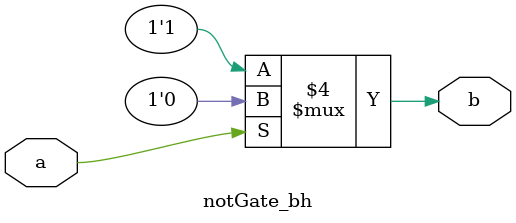
<source format=v>
module notGate_bh(input a, output reg b);
    always @(*) begin
        if(a == 1)
        b=0;
        else
        b=1;
    end
endmodule

</source>
